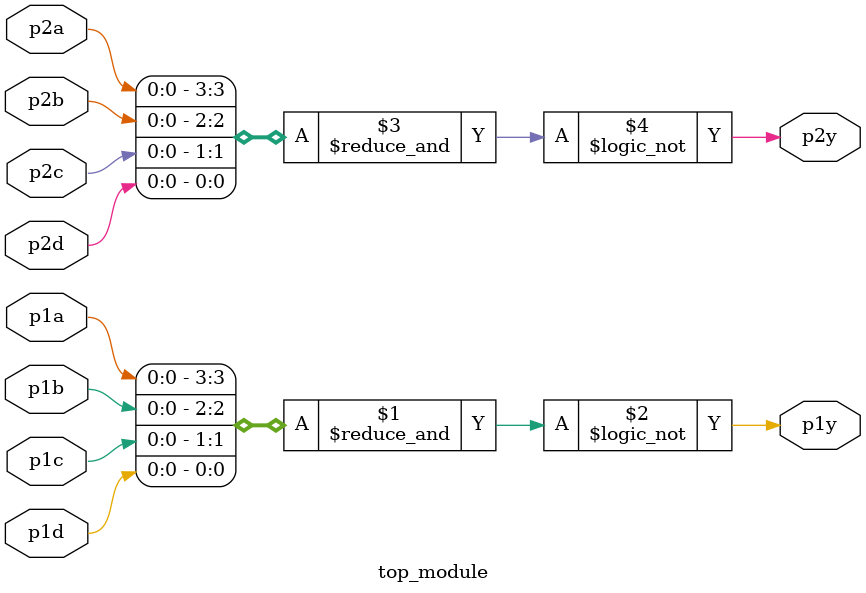
<source format=v>
module top_module(
	input p1a,
	input p1b,
	input p1c,
	input p1d,
	output p1y,
	input p2a,
	input p2b,
	input p2c,
	input p2d,
	output p2y
);

	assign p1y = ~&( {p1a, p1b, p1c, p1d} );
	assign p2y = ~&( {p2a, p2b, p2c, p2d} );

endmodule

</source>
